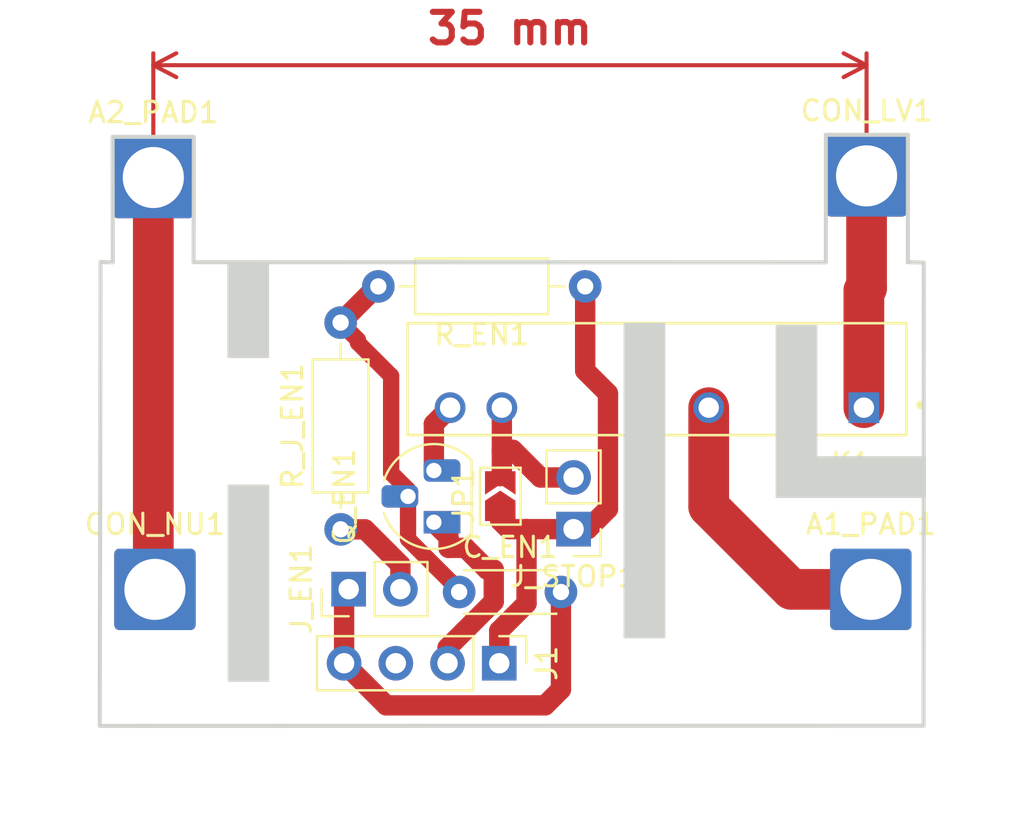
<source format=kicad_pcb>
(kicad_pcb (version 20240108) (generator "pcbnew") (generator_version "8.0")
  (layers (0 "F.Cu" signal) (31 "B.Cu" signal) (34 "B.Paste" user) (35 "F.Paste" user) (36 "B.SilkS" user "B.Silkscreen") (37 "F.SilkS" user "F.Silkscreen") (38 "B.Mask" user) (39 "F.Mask" user) (44 "Edge.Cuts" user))
  (net 0 "")
  (net 1 "Net-(A1_PAD1-Pin_1)")
  (net 2 "Net-(A2_PAD1-Pin_1)")
  (net 3 "+5V")
  (net 4 "Net-(J1-Pin_2)")
  (net 6 "GND")
  (net 7 "Net-(CON_LV1-Pin_1)")
  (net 8 "Net-(Q_EN1-B)")
  (net 9 "Net-(JP1-B)")
  (net 10 "Net-(J_EN1-Pin_2)")
  (net 11 "Net-(Q_EN1-C)")
  (footprint "Capacitor_THT:C_Disc_D4.3mm_W1.9mm_P5.00mm" (layer "F.Cu") (at 17.59 22.88)
    (property "Reference" "C_EN1" (at 2.5 -2.2 0) (layer "F.SilkS"))
    (property "Value" "C")
    (fp_line (start 0.23 -1.07) (end 0.23 -1.055) (stroke (width 0.12)) (layer "F.SilkS"))
    (fp_line (start 0.23 -1.07) (end 4.77 -1.07) (stroke (width 0.12)) (layer "F.SilkS"))
    (fp_line (start 0.23 1.055) (end 0.23 1.07) (stroke (width 0.12)) (layer "F.SilkS"))
    (fp_line (start 0.23 1.07) (end 4.77 1.07) (stroke (width 0.12)) (layer "F.SilkS"))
    (fp_line (start 4.77 -1.07) (end 4.77 -1.055) (stroke (width 0.12)) (layer "F.SilkS"))
    (fp_line (start 4.77 1.055) (end 4.77 1.07) (stroke (width 0.12)) (layer "F.SilkS"))
    (pad "1" thru_hole circle (at 0 0) (size 1.6 1.6) (drill 0.8) (layers "*.Cu" "*.Mask" "In1.Cu" "In2.Cu" "In3.Cu" "In4.Cu" "In5.Cu" "In6.Cu" "In7.Cu" "In8.Cu" "In9.Cu" "In10.Cu" "In11.Cu" "In12.Cu" "In13.Cu" "In14.Cu" "In15.Cu" "In16.Cu" "In17.Cu" "In18.Cu" "In19.Cu" "In20.Cu" "In21.Cu" "In22.Cu" "In23.Cu" "In24.Cu" "In25.Cu" "In26.Cu" "In27.Cu" "In28.Cu" "In29.Cu" "In30.Cu") (net 8 "Net-(Q_EN1-B)"))
    (pad "2" thru_hole circle (at 5 0) (size 1.6 1.6) (drill 0.8) (layers "*.Cu" "*.Mask" "In1.Cu" "In2.Cu" "In3.Cu" "In4.Cu" "In5.Cu" "In6.Cu" "In7.Cu" "In8.Cu" "In9.Cu" "In10.Cu" "In11.Cu" "In12.Cu" "In13.Cu" "In14.Cu" "In15.Cu" "In16.Cu" "In17.Cu" "In18.Cu" "In19.Cu" "In20.Cu" "In21.Cu" "In22.Cu" "In23.Cu" "In24.Cu" "In25.Cu" "In26.Cu" "In27.Cu" "In28.Cu" "In29.Cu" "In30.Cu") (net 6 "GND"))
  )
  (footprint "Connector_Wire:SolderWire-2.5sqmm_1x01_D2.4mm_OD3.6mm" (layer "F.Cu") (at 37.6 2.43)
    (property "Reference" "CON_LV1" (at 0 -3.2 0) (layer "F.SilkS"))
    (property "Value" "Conn_01x01_Socket")
    (pad "1" thru_hole roundrect (at 0 0) (size 4 4) (drill 3) (layers "*.Cu" "*.Mask" "In1.Cu" "In2.Cu" "In3.Cu" "In4.Cu" "In5.Cu" "In6.Cu" "In7.Cu" "In8.Cu" "In9.Cu" "In10.Cu" "In11.Cu" "In12.Cu" "In13.Cu" "In14.Cu" "In15.Cu" "In16.Cu" "In17.Cu" "In18.Cu" "In19.Cu" "In20.Cu" "In21.Cu" "In22.Cu" "In23.Cu" "In24.Cu" "In25.Cu" "In26.Cu" "In27.Cu" "In28.Cu" "In29.Cu" "In30.Cu") (roundrect_rratio 0.0625) (net 7 "Net-(CON_LV1-Pin_1)"))
  )
  (footprint "Connector_PinHeader_2.54mm:PinHeader_1x02_P2.54mm_Vertical" (layer "F.Cu") (at 23.21 19.79 180)
    (property "Reference" "J_STOP1" (at 0 -2.33 360) (layer "F.SilkS"))
    (property "Value" "Conn_01x02_Socket")
    (fp_line (start 1.33 1.27) (end 1.33 3.87) (stroke (width 0.12)) (layer "F.SilkS"))
    (fp_line (start -1.33 3.87) (end 1.33 3.87) (stroke (width 0.12)) (layer "F.SilkS"))
    (fp_line (start -1.33 1.27) (end 1.33 1.27) (stroke (width 0.12)) (layer "F.SilkS"))
    (fp_line (start -1.33 1.27) (end -1.33 3.87) (stroke (width 0.12)) (layer "F.SilkS"))
    (fp_line (start -1.33 0) (end -1.33 -1.33) (stroke (width 0.12)) (layer "F.SilkS"))
    (fp_line (start -1.33 -1.33) (end 0 -1.33) (stroke (width 0.12)) (layer "F.SilkS"))
    (pad "1" thru_hole rect (at 0 0 180) (size 1.7 1.7) (drill 1) (layers "*.Cu" "*.Mask" "In1.Cu" "In2.Cu" "In3.Cu" "In4.Cu" "In5.Cu" "In6.Cu" "In7.Cu" "In8.Cu" "In9.Cu" "In10.Cu" "In11.Cu" "In12.Cu" "In13.Cu" "In14.Cu" "In15.Cu" "In16.Cu" "In17.Cu" "In18.Cu" "In19.Cu" "In20.Cu" "In21.Cu" "In22.Cu" "In23.Cu" "In24.Cu" "In25.Cu" "In26.Cu" "In27.Cu" "In28.Cu" "In29.Cu" "In30.Cu") (net 3 "+5V"))
    (pad "2" thru_hole oval (at 0 2.54 180) (size 1.7 1.7) (drill 1) (layers "*.Cu" "*.Mask" "In1.Cu" "In2.Cu" "In3.Cu" "In4.Cu" "In5.Cu" "In6.Cu" "In7.Cu" "In8.Cu" "In9.Cu" "In10.Cu" "In11.Cu" "In12.Cu" "In13.Cu" "In14.Cu" "In15.Cu" "In16.Cu" "In17.Cu" "In18.Cu" "In19.Cu" "In20.Cu" "In21.Cu" "In22.Cu" "In23.Cu" "In24.Cu" "In25.Cu" "In26.Cu" "In27.Cu" "In28.Cu" "In29.Cu" "In30.Cu") (net 9 "Net-(JP1-B)"))
  )
  (footprint "Connector_Wire:SolderWire-2.5sqmm_1x01_D2.4mm_OD3.6mm" (layer "F.Cu") (at 2.57 2.51)
    (property "Reference" "A2_PAD1" (at 0 -3.2 0) (layer "F.SilkS"))
    (property "Value" "Conn_01x01_Socket")
    (pad "1" thru_hole roundrect (at 0 0) (size 4 4) (drill 3) (layers "*.Cu" "*.Mask" "In1.Cu" "In2.Cu" "In3.Cu" "In4.Cu" "In5.Cu" "In6.Cu" "In7.Cu" "In8.Cu" "In9.Cu" "In10.Cu" "In11.Cu" "In12.Cu" "In13.Cu" "In14.Cu" "In15.Cu" "In16.Cu" "In17.Cu" "In18.Cu" "In19.Cu" "In20.Cu" "In21.Cu" "In22.Cu" "In23.Cu" "In24.Cu" "In25.Cu" "In26.Cu" "In27.Cu" "In28.Cu" "In29.Cu" "In30.Cu") (roundrect_rratio 0.0625) (net 2 "Net-(A2_PAD1-Pin_1)"))
  )
  (footprint "Connector_Wire:SolderWire-2.5sqmm_1x01_D2.4mm_OD3.6mm" (layer "F.Cu") (at 37.81 22.75)
    (property "Reference" "A1_PAD1" (at 0 -3.2 0) (layer "F.SilkS"))
    (property "Value" "Conn_01x01_Socket")
    (pad "1" thru_hole roundrect (at 0 0) (size 4 4) (drill 3) (layers "*.Cu" "*.Mask" "In1.Cu" "In2.Cu" "In3.Cu" "In4.Cu" "In5.Cu" "In6.Cu" "In7.Cu" "In8.Cu" "In9.Cu" "In10.Cu" "In11.Cu" "In12.Cu" "In13.Cu" "In14.Cu" "In15.Cu" "In16.Cu" "In17.Cu" "In18.Cu" "In19.Cu" "In20.Cu" "In21.Cu" "In22.Cu" "In23.Cu" "In24.Cu" "In25.Cu" "In26.Cu" "In27.Cu" "In28.Cu" "In29.Cu" "In30.Cu") (roundrect_rratio 0.0625) (net 1 "Net-(A1_PAD1-Pin_1)"))
  )
  (footprint "Connector_PinHeader_2.54mm:PinHeader_1x02_P2.54mm_Vertical" (layer "F.Cu") (at 12.165 22.74 90)
    (property "Reference" "J_EN1" (at 0 -2.33 90) (layer "F.SilkS"))
    (property "Value" "Conn_01x02_Socket")
    (fp_line (start -1.33 -1.33) (end 0 -1.33) (stroke (width 0.12)) (layer "F.SilkS"))
    (fp_line (start -1.33 0) (end -1.33 -1.33) (stroke (width 0.12)) (layer "F.SilkS"))
    (fp_line (start 1.33 1.27) (end 1.33 3.87) (stroke (width 0.12)) (layer "F.SilkS"))
    (fp_line (start -1.33 1.27) (end 1.33 1.27) (stroke (width 0.12)) (layer "F.SilkS"))
    (fp_line (start -1.33 1.27) (end -1.33 3.87) (stroke (width 0.12)) (layer "F.SilkS"))
    (fp_line (start -1.33 3.87) (end 1.33 3.87) (stroke (width 0.12)) (layer "F.SilkS"))
    (pad "1" thru_hole rect (at 0 0 90) (size 1.7 1.7) (drill 1) (layers "*.Cu" "*.Mask" "In1.Cu" "In2.Cu" "In3.Cu" "In4.Cu" "In5.Cu" "In6.Cu" "In7.Cu" "In8.Cu" "In9.Cu" "In10.Cu" "In11.Cu" "In12.Cu" "In13.Cu" "In14.Cu" "In15.Cu" "In16.Cu" "In17.Cu" "In18.Cu" "In19.Cu" "In20.Cu" "In21.Cu" "In22.Cu" "In23.Cu" "In24.Cu" "In25.Cu" "In26.Cu" "In27.Cu" "In28.Cu" "In29.Cu" "In30.Cu") (net 6 "GND"))
    (pad "2" thru_hole oval (at 0 2.54 90) (size 1.7 1.7) (drill 1) (layers "*.Cu" "*.Mask" "In1.Cu" "In2.Cu" "In3.Cu" "In4.Cu" "In5.Cu" "In6.Cu" "In7.Cu" "In8.Cu" "In9.Cu" "In10.Cu" "In11.Cu" "In12.Cu" "In13.Cu" "In14.Cu" "In15.Cu" "In16.Cu" "In17.Cu" "In18.Cu" "In19.Cu" "In20.Cu" "In21.Cu" "In22.Cu" "In23.Cu" "In24.Cu" "In25.Cu" "In26.Cu" "In27.Cu" "In28.Cu" "In29.Cu" "In30.Cu") (net 10 "Net-(J_EN1-Pin_2)"))
  )
  (footprint "Omron G3MB-202P:RELAY_G3MB-202PDC5" (layer "F.Cu") (at 27.3075 12.42 180)
    (property "Reference" "K1" (at -9.525 -4.135 0) (layer "F.SilkS"))
    (property "Value" "G3MB-202PDC5")
    (fp_line (start 12.25 2.75) (end 12.25 -2.75) (stroke (width 0.127)) (layer "F.SilkS"))
    (fp_line (start 12.25 -2.75) (end -12.25 -2.75) (stroke (width 0.127)) (layer "F.SilkS"))
    (fp_line (start -12.25 2.75) (end 12.25 2.75) (stroke (width 0.127)) (layer "F.SilkS"))
    (fp_line (start -12.25 -2.75) (end -12.25 2.75) (stroke (width 0.127)) (layer "F.SilkS"))
    (fp_circle (center -12.93 -1.27) (end -12.83 -1.27) (stroke (width 0.2)) (fill none) (layer "F.SilkS"))
    (pad "1" thru_hole rect (at -10.16 -1.4 180) (size 1.508 1.508) (drill 1) (layers "*.Cu" "*.Mask" "In1.Cu" "In2.Cu" "In3.Cu" "In4.Cu" "In5.Cu" "In6.Cu" "In7.Cu" "In8.Cu" "In9.Cu" "In10.Cu" "In11.Cu" "In12.Cu" "In13.Cu" "In14.Cu" "In15.Cu" "In16.Cu" "In17.Cu" "In18.Cu" "In19.Cu" "In20.Cu" "In21.Cu" "In22.Cu" "In23.Cu" "In24.Cu" "In25.Cu" "In26.Cu" "In27.Cu" "In28.Cu" "In29.Cu" "In30.Cu") (net 7 "Net-(CON_LV1-Pin_1)"))
    (pad "2" thru_hole circle (at -2.54 -1.4 180) (size 1.508 1.508) (drill 1) (layers "*.Cu" "*.Mask" "In1.Cu" "In2.Cu" "In3.Cu" "In4.Cu" "In5.Cu" "In6.Cu" "In7.Cu" "In8.Cu" "In9.Cu" "In10.Cu" "In11.Cu" "In12.Cu" "In13.Cu" "In14.Cu" "In15.Cu" "In16.Cu" "In17.Cu" "In18.Cu" "In19.Cu" "In20.Cu" "In21.Cu" "In22.Cu" "In23.Cu" "In24.Cu" "In25.Cu" "In26.Cu" "In27.Cu" "In28.Cu" "In29.Cu" "In30.Cu") (net 1 "Net-(A1_PAD1-Pin_1)"))
    (pad "3" thru_hole circle (at 7.62 -1.4 180) (size 1.508 1.508) (drill 1) (layers "*.Cu" "*.Mask" "In1.Cu" "In2.Cu" "In3.Cu" "In4.Cu" "In5.Cu" "In6.Cu" "In7.Cu" "In8.Cu" "In9.Cu" "In10.Cu" "In11.Cu" "In12.Cu" "In13.Cu" "In14.Cu" "In15.Cu" "In16.Cu" "In17.Cu" "In18.Cu" "In19.Cu" "In20.Cu" "In21.Cu" "In22.Cu" "In23.Cu" "In24.Cu" "In25.Cu" "In26.Cu" "In27.Cu" "In28.Cu" "In29.Cu" "In30.Cu") (net 9 "Net-(JP1-B)"))
    (pad "4" thru_hole circle (at 10.16 -1.4 180) (size 1.508 1.508) (drill 1) (layers "*.Cu" "*.Mask" "In1.Cu" "In2.Cu" "In3.Cu" "In4.Cu" "In5.Cu" "In6.Cu" "In7.Cu" "In8.Cu" "In9.Cu" "In10.Cu" "In11.Cu" "In12.Cu" "In13.Cu" "In14.Cu" "In15.Cu" "In16.Cu" "In17.Cu" "In18.Cu" "In19.Cu" "In20.Cu" "In21.Cu" "In22.Cu" "In23.Cu" "In24.Cu" "In25.Cu" "In26.Cu" "In27.Cu" "In28.Cu" "In29.Cu" "In30.Cu") (net 11 "Net-(Q_EN1-C)"))
  )
  (footprint "Connector_PinHeader_2.54mm:PinHeader_1x04_P2.54mm_Vertical" (layer "F.Cu") (at 19.56 26.38 -90)
    (property "Reference" "J1" (at 0 -2.33 90) (layer "F.SilkS"))
    (property "Value" "Conn_01x04_Socket")
    (fp_line (start -1.33 8.95) (end 1.33 8.95) (stroke (width 0.12)) (layer "F.SilkS"))
    (fp_line (start -1.33 1.27) (end -1.33 8.95) (stroke (width 0.12)) (layer "F.SilkS"))
    (fp_line (start -1.33 1.27) (end 1.33 1.27) (stroke (width 0.12)) (layer "F.SilkS"))
    (fp_line (start 1.33 1.27) (end 1.33 8.95) (stroke (width 0.12)) (layer "F.SilkS"))
    (fp_line (start -1.33 0) (end -1.33 -1.33) (stroke (width 0.12)) (layer "F.SilkS"))
    (fp_line (start -1.33 -1.33) (end 0 -1.33) (stroke (width 0.12)) (layer "F.SilkS"))
    (pad "1" thru_hole rect (at 0 0 270) (size 1.7 1.7) (drill 1) (layers "*.Cu" "*.Mask" "In1.Cu" "In2.Cu" "In3.Cu" "In4.Cu" "In5.Cu" "In6.Cu" "In7.Cu" "In8.Cu" "In9.Cu" "In10.Cu" "In11.Cu" "In12.Cu" "In13.Cu" "In14.Cu" "In15.Cu" "In16.Cu" "In17.Cu" "In18.Cu" "In19.Cu" "In20.Cu" "In21.Cu" "In22.Cu" "In23.Cu" "In24.Cu" "In25.Cu" "In26.Cu" "In27.Cu" "In28.Cu" "In29.Cu" "In30.Cu") (net 3 "+5V"))
    (pad "2" thru_hole oval (at 0 2.54 270) (size 1.7 1.7) (drill 1) (layers "*.Cu" "*.Mask" "In1.Cu" "In2.Cu" "In3.Cu" "In4.Cu" "In5.Cu" "In6.Cu" "In7.Cu" "In8.Cu" "In9.Cu" "In10.Cu" "In11.Cu" "In12.Cu" "In13.Cu" "In14.Cu" "In15.Cu" "In16.Cu" "In17.Cu" "In18.Cu" "In19.Cu" "In20.Cu" "In21.Cu" "In22.Cu" "In23.Cu" "In24.Cu" "In25.Cu" "In26.Cu" "In27.Cu" "In28.Cu" "In29.Cu" "In30.Cu") (net 4 "Net-(J1-Pin_2)"))
    (pad "3" thru_hole oval (at 0 5.08 270) (size 1.7 1.7) (drill 1) (layers "*.Cu" "*.Mask" "In1.Cu" "In2.Cu" "In3.Cu" "In4.Cu" "In5.Cu" "In6.Cu" "In7.Cu" "In8.Cu" "In9.Cu" "In10.Cu" "In11.Cu" "In12.Cu" "In13.Cu" "In14.Cu" "In15.Cu" "In16.Cu" "In17.Cu" "In18.Cu" "In19.Cu" "In20.Cu" "In21.Cu" "In22.Cu" "In23.Cu" "In24.Cu" "In25.Cu" "In26.Cu" "In27.Cu" "In28.Cu" "In29.Cu" "In30.Cu"))
    (pad "4" thru_hole oval (at 0 7.62 270) (size 1.7 1.7) (drill 1) (layers "*.Cu" "*.Mask" "In1.Cu" "In2.Cu" "In3.Cu" "In4.Cu" "In5.Cu" "In6.Cu" "In7.Cu" "In8.Cu" "In9.Cu" "In10.Cu" "In11.Cu" "In12.Cu" "In13.Cu" "In14.Cu" "In15.Cu" "In16.Cu" "In17.Cu" "In18.Cu" "In19.Cu" "In20.Cu" "In21.Cu" "In22.Cu" "In23.Cu" "In24.Cu" "In25.Cu" "In26.Cu" "In27.Cu" "In28.Cu" "In29.Cu" "In30.Cu") (net 6 "GND"))
  )
  (footprint "Jumper:SolderJumper-2_P1.3mm_Open_TrianglePad1.0x1.5mm" (layer "F.Cu") (at 19.61 18.17 90)
    (property "Reference" "JP1" (at 0 -1.8 90) (layer "F.SilkS"))
    (property "Value" "SolderJumper_2_Open")
    (fp_line (start 1.4 -1) (end 1.4 1) (stroke (width 0.12)) (layer "F.SilkS"))
    (fp_line (start -1.4 -1) (end 1.4 -1) (stroke (width 0.12)) (layer "F.SilkS"))
    (fp_line (start 1.4 1) (end -1.4 1) (stroke (width 0.12)) (layer "F.SilkS"))
    (fp_line (start -1.4 1) (end -1.4 -1) (stroke (width 0.12)) (layer "F.SilkS"))
    (pad "1" smd custom (at -0.725 0 90) (size 0.3 0.3) (layers "F.Cu" "F.Mask") (net 3 "+5V") (options (clearance outline) (anchor rect)) (primitives (gr_poly (pts (xy 1 0) (xy 0.5 0.75) (xy -0.5 0.75) (xy -0.5 -0.75) (xy 0.5 -0.75)) (width 0) (fill yes))))
    (pad "2" smd custom (at 0.725 0 90) (size 0.3 0.3) (layers "F.Cu" "F.Mask") (net 9 "Net-(JP1-B)") (options (clearance outline) (anchor rect)) (primitives (gr_poly (pts (xy 0.5 0.75) (xy -0.65 0.75) (xy -0.15 0) (xy -0.65 -0.75) (xy 0.5 -0.75)) (width 0) (fill yes))))
  )
  (footprint "Resistor_THT:R_Axial_DIN0207_L6.3mm_D2.5mm_P10.16mm_Horizontal" (layer "F.Cu") (at 11.77 19.8 90)
    (property "Reference" "R_J_EN1" (at 5.08 -2.37 90) (layer "F.SilkS"))
    (property "Value" "0R")
    (fp_line (start 8.35 -1.37) (end 1.81 -1.37) (stroke (width 0.12)) (layer "F.SilkS"))
    (fp_line (start 1.81 -1.37) (end 1.81 1.37) (stroke (width 0.12)) (layer "F.SilkS"))
    (fp_line (start 9.12 0) (end 8.35 0) (stroke (width 0.12)) (layer "F.SilkS"))
    (fp_line (start 1.04 0) (end 1.81 0) (stroke (width 0.12)) (layer "F.SilkS"))
    (fp_line (start 8.35 1.37) (end 8.35 -1.37) (stroke (width 0.12)) (layer "F.SilkS"))
    (fp_line (start 1.81 1.37) (end 8.35 1.37) (stroke (width 0.12)) (layer "F.SilkS"))
    (pad "1" thru_hole circle (at 0 0 90) (size 1.6 1.6) (drill 0.8) (layers "*.Cu" "*.Mask" "In1.Cu" "In2.Cu" "In3.Cu" "In4.Cu" "In5.Cu" "In6.Cu" "In7.Cu" "In8.Cu" "In9.Cu" "In10.Cu" "In11.Cu" "In12.Cu" "In13.Cu" "In14.Cu" "In15.Cu" "In16.Cu" "In17.Cu" "In18.Cu" "In19.Cu" "In20.Cu" "In21.Cu" "In22.Cu" "In23.Cu" "In24.Cu" "In25.Cu" "In26.Cu" "In27.Cu" "In28.Cu" "In29.Cu" "In30.Cu") (net 10 "Net-(J_EN1-Pin_2)"))
    (pad "2" thru_hole oval (at 10.16 0 90) (size 1.6 1.6) (drill 0.8) (layers "*.Cu" "*.Mask" "In1.Cu" "In2.Cu" "In3.Cu" "In4.Cu" "In5.Cu" "In6.Cu" "In7.Cu" "In8.Cu" "In9.Cu" "In10.Cu" "In11.Cu" "In12.Cu" "In13.Cu" "In14.Cu" "In15.Cu" "In16.Cu" "In17.Cu" "In18.Cu" "In19.Cu" "In20.Cu" "In21.Cu" "In22.Cu" "In23.Cu" "In24.Cu" "In25.Cu" "In26.Cu" "In27.Cu" "In28.Cu" "In29.Cu" "In30.Cu") (net 8 "Net-(Q_EN1-B)"))
  )
  (footprint "Resistor_THT:R_Axial_DIN0207_L6.3mm_D2.5mm_P10.16mm_Horizontal" (layer "F.Cu") (at 23.78 7.86 180)
    (property "Reference" "R_EN1" (at 5.08 -2.37 360) (layer "F.SilkS"))
    (property "Value" "1.2kR")
    (fp_line (start 9.12 0) (end 8.35 0) (stroke (width 0.12)) (layer "F.SilkS"))
    (fp_line (start 8.35 1.37) (end 8.35 -1.37) (stroke (width 0.12)) (layer "F.SilkS"))
    (fp_line (start 8.35 -1.37) (end 1.81 -1.37) (stroke (width 0.12)) (layer "F.SilkS"))
    (fp_line (start 1.81 1.37) (end 8.35 1.37) (stroke (width 0.12)) (layer "F.SilkS"))
    (fp_line (start 1.81 -1.37) (end 1.81 1.37) (stroke (width 0.12)) (layer "F.SilkS"))
    (fp_line (start 1.04 0) (end 1.81 0) (stroke (width 0.12)) (layer "F.SilkS"))
    (pad "1" thru_hole circle (at 0 0 180) (size 1.6 1.6) (drill 0.8) (layers "*.Cu" "*.Mask" "In1.Cu" "In2.Cu" "In3.Cu" "In4.Cu" "In5.Cu" "In6.Cu" "In7.Cu" "In8.Cu" "In9.Cu" "In10.Cu" "In11.Cu" "In12.Cu" "In13.Cu" "In14.Cu" "In15.Cu" "In16.Cu" "In17.Cu" "In18.Cu" "In19.Cu" "In20.Cu" "In21.Cu" "In22.Cu" "In23.Cu" "In24.Cu" "In25.Cu" "In26.Cu" "In27.Cu" "In28.Cu" "In29.Cu" "In30.Cu") (net 3 "+5V"))
    (pad "2" thru_hole oval (at 10.16 0 180) (size 1.6 1.6) (drill 0.8) (layers "*.Cu" "*.Mask" "In1.Cu" "In2.Cu" "In3.Cu" "In4.Cu" "In5.Cu" "In6.Cu" "In7.Cu" "In8.Cu" "In9.Cu" "In10.Cu" "In11.Cu" "In12.Cu" "In13.Cu" "In14.Cu" "In15.Cu" "In16.Cu" "In17.Cu" "In18.Cu" "In19.Cu" "In20.Cu" "In21.Cu" "In22.Cu" "In23.Cu" "In24.Cu" "In25.Cu" "In26.Cu" "In27.Cu" "In28.Cu" "In29.Cu" "In30.Cu") (net 8 "Net-(Q_EN1-B)"))
  )
  (footprint "Connector_Wire:SolderWire-2.5sqmm_1x01_D2.4mm_OD3.6mm" (layer "F.Cu") (at 2.65 22.75)
    (property "Reference" "CON_NU1" (at 0 -3.2 0) (layer "F.SilkS"))
    (property "Value" "Conn_01x01_Socket")
    (pad "1" thru_hole roundrect (at 0 0) (size 4 4) (drill 3) (layers "*.Cu" "*.Mask" "In1.Cu" "In2.Cu" "In3.Cu" "In4.Cu" "In5.Cu" "In6.Cu" "In7.Cu" "In8.Cu" "In9.Cu" "In10.Cu" "In11.Cu" "In12.Cu" "In13.Cu" "In14.Cu" "In15.Cu" "In16.Cu" "In17.Cu" "In18.Cu" "In19.Cu" "In20.Cu" "In21.Cu" "In22.Cu" "In23.Cu" "In24.Cu" "In25.Cu" "In26.Cu" "In27.Cu" "In28.Cu" "In29.Cu" "In30.Cu") (roundrect_rratio 0.0625) (net 2 "Net-(A2_PAD1-Pin_1)"))
  )
  (footprint "Package_TO_SOT_THT:TO-92_HandSolder" (layer "F.Cu") (at 16.35 19.45 90)
    (property "Reference" "Q_EN1" (at 1.27 -4.4 90) (layer "F.SilkS"))
    (property "Value" "PN2222A")
    (fp_line (start -0.53 1.85) (end 3.07 1.85) (stroke (width 0.12)) (layer "F.SilkS"))
    (fp_arc (start 2.05 -2.45) (mid 3.769931 -0.601036) (end 3.078445 1.827684) (stroke (width 0.12)) (layer "F.SilkS"))
    (fp_arc (start -0.541875 1.841741) (mid -1.247231 -0.581764) (end 0.45 -2.45) (stroke (width 0.12)) (layer "F.SilkS"))
    (pad "1" thru_hole rect (at 0 0 90) (size 1.1 1.8) (drill 0.75 (offset 0 0.4)) (layers "*.Cu" "*.Mask" "In1.Cu" "In2.Cu" "In3.Cu" "In4.Cu" "In5.Cu" "In6.Cu" "In7.Cu" "In8.Cu" "In9.Cu" "In10.Cu" "In11.Cu" "In12.Cu" "In13.Cu" "In14.Cu" "In15.Cu" "In16.Cu" "In17.Cu" "In18.Cu" "In19.Cu" "In20.Cu" "In21.Cu" "In22.Cu" "In23.Cu" "In24.Cu" "In25.Cu" "In26.Cu" "In27.Cu" "In28.Cu" "In29.Cu" "In30.Cu") (net 4 "Net-(J1-Pin_2)"))
    (pad "2" thru_hole roundrect (at 1.27 -1.27 90) (size 1.1 1.8) (drill 0.75 (offset 0 -0.4)) (layers "*.Cu" "*.Mask" "In1.Cu" "In2.Cu" "In3.Cu" "In4.Cu" "In5.Cu" "In6.Cu" "In7.Cu" "In8.Cu" "In9.Cu" "In10.Cu" "In11.Cu" "In12.Cu" "In13.Cu" "In14.Cu" "In15.Cu" "In16.Cu" "In17.Cu" "In18.Cu" "In19.Cu" "In20.Cu" "In21.Cu" "In22.Cu" "In23.Cu" "In24.Cu" "In25.Cu" "In26.Cu" "In27.Cu" "In28.Cu" "In29.Cu" "In30.Cu") (net 8 "Net-(Q_EN1-B)"))
    (pad "3" thru_hole roundrect (at 2.54 0 90) (size 1.1 1.8) (drill 0.75 (offset 0 0.4)) (layers "*.Cu" "*.Mask" "In1.Cu" "In2.Cu" "In3.Cu" "In4.Cu" "In5.Cu" "In6.Cu" "In7.Cu" "In8.Cu" "In9.Cu" "In10.Cu" "In11.Cu" "In12.Cu" "In13.Cu" "In14.Cu" "In15.Cu" "In16.Cu" "In17.Cu" "In18.Cu" "In19.Cu" "In20.Cu" "In21.Cu" "In22.Cu" "In23.Cu" "In24.Cu" "In25.Cu" "In26.Cu" "In27.Cu" "In28.Cu" "In29.Cu" "In30.Cu") (net 11 "Net-(Q_EN1-C)"))
  )
  (gr_rect (start 6.23 6.675) (end 8.23 11.355) (stroke (width 0.05)) (fill solid) (layer "Edge.Cuts"))
  (gr_rect (start 35.185 16.23) (end 40.495 18.23) (stroke (width 0.05)) (fill solid) (layer "Edge.Cuts"))
  (gr_rect (start 33.16 9.78) (end 35.16 18.23) (stroke (width 0.05)) (fill solid) (layer "Edge.Cuts"))
  (gr_rect (start 25.69 9.68) (end 27.69 25.13) (stroke (width 0.05)) (fill solid) (layer "Edge.Cuts"))
  (gr_rect (start 6.24 17.62) (end 8.24 27.27) (stroke (width 0.05)) (fill solid) (layer "Edge.Cuts"))
  (gr_poly (pts (xy -0.06 29.46) (xy 40.4 29.45) (xy 40.41 6.69) (xy 39.63 6.67) (xy 39.63 0.41) (xy 35.6 0.41) (xy 35.6 6.68) (xy 4.55 6.67) (xy 4.56 0.51) (xy 0.57 0.51) (xy 0.58 6.68) (xy -0.02 6.66)) (stroke (width 0.2)) (fill none) (layer "Edge.Cuts"))
  (dimension (type aligned) (layer "F.Cu") (pts (xy 2.57 2.51) (xy 37.6 2.51)) (height -5.52) (gr_text "35 mm" (at 20.085 -4.81 0) (layer "F.Cu") (effects (font (size 1.5 1.5) (thickness 0.3)))) (format (prefix "") (suffix "") (units 3) (units_format 1) (precision 4) (override_value "35")) (style (thickness 0.2) (arrow_length 1.27) (text_position_mode 0) (extension_height 0.58642) (extension_offset 0.5) keep_text_aligned))
  (segment (start 33.91 22.75) (end 29.8475 18.6875) (width 2) (layer "F.Cu") (net 1))
  (segment (start 37.81 22.75) (end 33.91 22.75) (width 2) (layer "F.Cu") (net 1))
  (segment (start 29.8475 18.6875) (end 29.8475 13.82) (width 2) (layer "F.Cu") (net 1))
  (segment (start 2.57 22.67) (end 2.65 22.75) (width 2) (layer "F.Cu") (net 2))
  (segment (start 2.57 2.51) (end 2.57 22.67) (width 2) (layer "F.Cu") (net 2))
  (segment (start 23.78 12) (end 23.78 7.86) (width 1) (layer "F.Cu") (net 3))
  (segment (start 19.56 26.38) (end 19.56 24.78) (width 1) (layer "F.Cu") (net 3))
  (segment (start 24.9 18.8) (end 24.9 13.12) (width 1) (layer "F.Cu") (net 3))
  (segment (start 19.61 18.895) (end 19.61 19.38) (width 1) (layer "F.Cu") (net 3))
  (segment (start 24.9 13.12) (end 23.78 12) (width 1) (layer "F.Cu") (net 3))
  (segment (start 23.21 19.79) (end 23.91 19.79) (width 1) (layer "F.Cu") (net 3))
  (segment (start 19.61 19.38) (end 20.02 19.79) (width 1) (layer "F.Cu") (net 3))
  (segment (start 20.9 19.79) (end 23.21 19.79) (width 1) (layer "F.Cu") (net 3))
  (segment (start 20.9 23.44) (end 20.9 19.79) (width 1) (layer "F.Cu") (net 3))
  (segment (start 23.91 19.79) (end 24.9 18.8) (width 1) (layer "F.Cu") (net 3))
  (segment (start 20.02 19.79) (end 20.9 19.79) (width 1) (layer "F.Cu") (net 3))
  (segment (start 19.56 24.78) (end 20.9 23.44) (width 1) (layer "F.Cu") (net 3))
  (segment (start 17.02 25.622944) (end 19.29 23.352944) (width 1) (layer "F.Cu") (net 4))
  (segment (start 17.07 20.17) (end 16.35 19.45) (width 1) (layer "F.Cu") (net 4))
  (segment (start 17.9 20.71) (end 17.07 20.71) (width 1) (layer "F.Cu") (net 4))
  (segment (start 19.29 21.78) (end 18.97 21.78) (width 1) (layer "F.Cu") (net 4))
  (segment (start 18.97 21.78) (end 17.9 20.71) (width 1) (layer "F.Cu") (net 4))
  (segment (start 19.29 23.352944) (end 19.29 21.78) (width 1) (layer "F.Cu") (net 4))
  (segment (start 17.02 26.38) (end 17.02 25.622944) (width 1) (layer "F.Cu") (net 4))
  (segment (start 17.07 20.71) (end 17.07 20.17) (width 1) (layer "F.Cu") (net 4))
  (segment (start 21.81 28.45) (end 22.59 27.67) (width 1) (layer "F.Cu") (net 6))
  (segment (start 22.59 27.67) (end 22.59 22.88) (width 1) (layer "F.Cu") (net 6))
  (segment (start 11.94 26.38) (end 11.94 22.965) (width 1) (layer "F.Cu") (net 6))
  (segment (start 11.94 26.38) (end 14.01 28.45) (width 1) (layer "F.Cu") (net 6))
  (segment (start 11.94 22.965) (end 12.165 22.74) (width 1) (layer "F.Cu") (net 6))
  (segment (start 14.01 28.45) (end 21.81 28.45) (width 1) (layer "F.Cu") (net 6))
  (segment (start 37.4675 13.82) (end 37.4675 8.0725) (width 2) (layer "F.Cu") (net 7))
  (segment (start 37.6 7.94) (end 37.6 2.43) (width 2) (layer "F.Cu") (net 7))
  (segment (start 37.4675 8.0725) (end 37.6 7.94) (width 2) (layer "F.Cu") (net 7))
  (segment (start 17.59 22.88) (end 17.59 22.79) (width 0.8) (layer "F.Cu") (net 8))
  (segment (start 12.62 10.63) (end 12.62 10.49) (width 0.8) (layer "F.Cu") (net 8))
  (segment (start 15.08 18.18) (end 15.08 17.86) (width 0.8) (layer "F.Cu") (net 8))
  (segment (start 15.08 17.86) (end 14.25 17.03) (width 0.8) (layer "F.Cu") (net 8))
  (segment (start 14.25 12.26) (end 12.62 10.63) (width 0.8) (layer "F.Cu") (net 8))
  (segment (start 12.62 10.49) (end 11.77 9.64) (width 0.8) (layer "F.Cu") (net 8))
  (segment (start 14.25 17.03) (end 14.25 12.26) (width 0.8) (layer "F.Cu") (net 8))
  (segment (start 13.62 7.86) (end 13.55 7.86) (width 1) (layer "F.Cu") (net 8))
  (segment (start 13.55 7.86) (end 11.77 9.64) (width 1) (layer "F.Cu") (net 8))
  (segment (start 17.59 22.79) (end 15.08 20.28) (width 0.8) (layer "F.Cu") (net 8))
  (segment (start 15.08 20.28) (end 15.08 18.18) (width 0.8) (layer "F.Cu") (net 8))
  (segment (start 19.61 13.8975) (end 19.6875 13.82) (width 1) (layer "F.Cu") (net 9))
  (segment (start 19.6875 17.112597) (end 19.61 17.190097) (width 1) (layer "F.Cu") (net 9))
  (segment (start 20.22 15.89) (end 20.17 15.94) (width 1) (layer "F.Cu") (net 9))
  (segment (start 23.21 17.25) (end 21.58 17.25) (width 1) (layer "F.Cu") (net 9))
  (segment (start 21.58 17.25) (end 20.22 15.89) (width 1) (layer "F.Cu") (net 9))
  (segment (start 19.6875 13.82) (end 19.6875 15.94) (width 1) (layer "F.Cu") (net 9))
  (segment (start 19.6875 15.94) (end 19.6875 17.112597) (width 1) (layer "F.Cu") (net 9))
  (segment (start 20.17 15.94) (end 19.6875 15.94) (width 1) (layer "F.Cu") (net 9))
  (segment (start 14.705 22.74) (end 14.705 21.537919) (width 1) (layer "F.Cu") (net 10))
  (segment (start 14.705 21.537919) (end 12.967081 19.8) (width 1) (layer "F.Cu") (net 10))
  (segment (start 12.967081 19.8) (end 11.77 19.8) (width 1) (layer "F.Cu") (net 10))
  (segment (start 16.35 14.6175) (end 17.1475 13.82) (width 1) (layer "F.Cu") (net 11))
  (segment (start 16.35 16.91) (end 16.35 14.6175) (width 1) (layer "F.Cu") (net 11))
)
</source>
